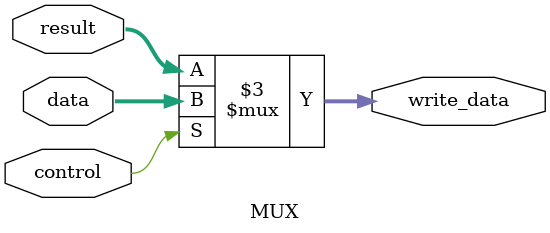
<source format=v>
module MUX (control, data, result, write_data);

    // Parameters
    parameter DATA_WIDTH = 4;

    // Input
    input [0:0] control;
    input [DATA_WIDTH-1:0] data, result;

    // Output
    output reg [DATA_WIDTH-1:0] write_data;

    always @(control, data, result)
    begin
        if (control)
            write_data <= data;
        else
            write_data <= result;
    end

endmodule

</source>
